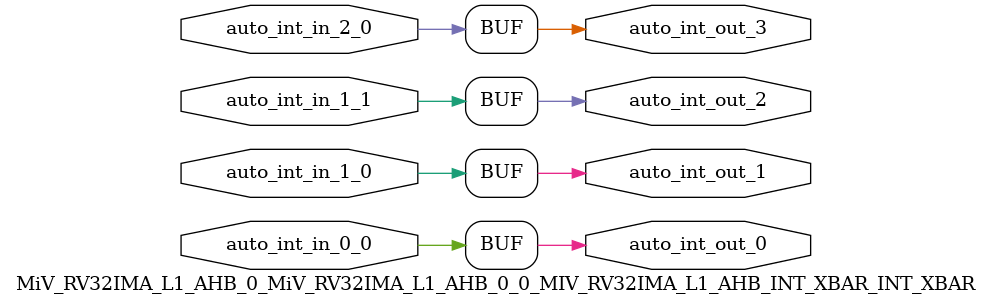
<source format=v>
`ifndef RANDOMIZE_REG_INIT 
	 `define RANDOMIZE_REG_INIT 
 `endif
`ifndef RANDOMIZE_MEM_INIT 
	 `define RANDOMIZE_MEM_INIT 
 `endif
`ifndef RANDOMIZE 
	 `define RANDOMIZE 
`endif

`timescale 1ns/10ps
module MiV_RV32IMA_L1_AHB_0_MiV_RV32IMA_L1_AHB_0_0_MIV_RV32IMA_L1_AHB_INT_XBAR_INT_XBAR( // @[:freechips.rocketchip.system.MivRV32ImaL1AhbConfig.fir@99743.2]
  input   auto_int_in_2_0, // @[:freechips.rocketchip.system.MivRV32ImaL1AhbConfig.fir@99746.4]
  input   auto_int_in_1_0, // @[:freechips.rocketchip.system.MivRV32ImaL1AhbConfig.fir@99746.4]
  input   auto_int_in_1_1, // @[:freechips.rocketchip.system.MivRV32ImaL1AhbConfig.fir@99746.4]
  input   auto_int_in_0_0, // @[:freechips.rocketchip.system.MivRV32ImaL1AhbConfig.fir@99746.4]
  output  auto_int_out_0, // @[:freechips.rocketchip.system.MivRV32ImaL1AhbConfig.fir@99746.4]
  output  auto_int_out_1, // @[:freechips.rocketchip.system.MivRV32ImaL1AhbConfig.fir@99746.4]
  output  auto_int_out_2, // @[:freechips.rocketchip.system.MivRV32ImaL1AhbConfig.fir@99746.4]
  output  auto_int_out_3 // @[:freechips.rocketchip.system.MivRV32ImaL1AhbConfig.fir@99746.4]
);
  assign auto_int_out_0 = auto_int_in_0_0;
  assign auto_int_out_1 = auto_int_in_1_0;
  assign auto_int_out_2 = auto_int_in_1_1;
  assign auto_int_out_3 = auto_int_in_2_0;
endmodule

</source>
